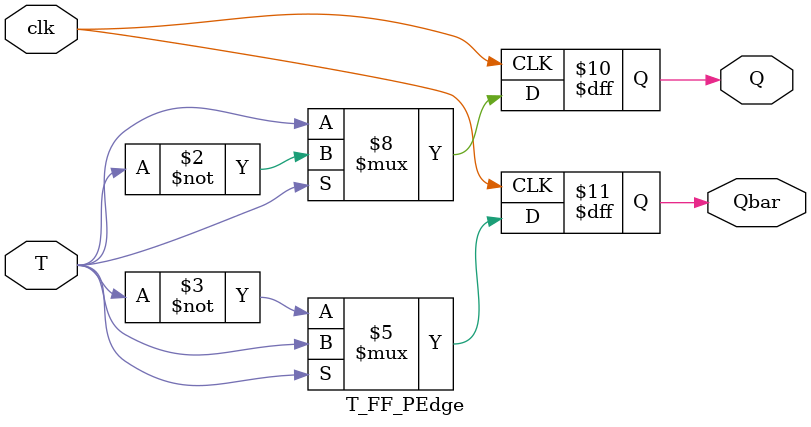
<source format=v>
module T_FF_PEdge(Q, Qbar, T, clk);
	
	output Q, Qbar;
	input T, clk;
	reg Q, Qbar;
	
	always @(posedge clk)
		begin
			if(T)
				begin
					Q <= ~T;
					Qbar <= T;
				end
			else
				begin
					Q <= T;
					Qbar <= ~T;
				end
		end

endmodule

</source>
